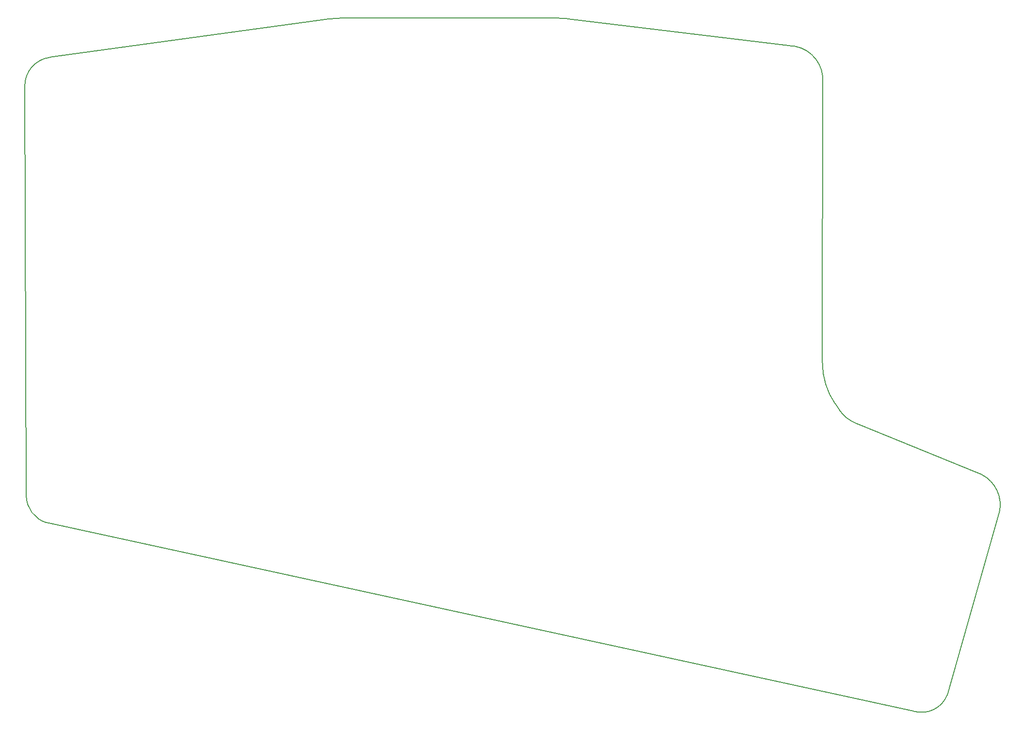
<source format=gbr>
%TF.GenerationSoftware,KiCad,Pcbnew,8.0.5*%
%TF.CreationDate,2024-12-08T15:47:30-07:00*%
%TF.ProjectId,Split V2,53706c69-7420-4563-922e-6b696361645f,rev?*%
%TF.SameCoordinates,Original*%
%TF.FileFunction,Profile,NP*%
%FSLAX46Y46*%
G04 Gerber Fmt 4.6, Leading zero omitted, Abs format (unit mm)*
G04 Created by KiCad (PCBNEW 8.0.5) date 2024-12-08 15:47:30*
%MOMM*%
%LPD*%
G01*
G04 APERTURE LIST*
%TA.AperFunction,Profile*%
%ADD10C,0.150000*%
%TD*%
G04 APERTURE END LIST*
D10*
X79477279Y-138022361D02*
X79229999Y-66473551D01*
X246255809Y-134396385D02*
X224253241Y-125409604D01*
X82987736Y-142795333D02*
G75*
G02*
X79477236Y-138022361I1489564J4773033D01*
G01*
X220681757Y-122053089D02*
G75*
G02*
X218444731Y-114839545I10462743J7198289D01*
G01*
X212538998Y-59469380D02*
G75*
G02*
X218504455Y-64858812I1102J-5995020D01*
G01*
X174036350Y-54760868D02*
X212538998Y-59469380D01*
X240233758Y-172877296D02*
G75*
G02*
X234360736Y-175723730I-4488358J1778696D01*
G01*
X83542158Y-61521089D02*
X132280238Y-54798664D01*
X218504474Y-64858810D02*
X218444728Y-114839545D01*
X234360737Y-175723727D02*
X82987736Y-142795333D01*
X249328370Y-140976900D02*
X240233759Y-172877297D01*
X132280238Y-54798664D02*
G75*
G02*
X134883154Y-54620004I2602962J-18872436D01*
G01*
X246255809Y-134396385D02*
G75*
G02*
X249328389Y-140976904I-2698809J-5267715D01*
G01*
X134883154Y-54620000D02*
X171723941Y-54620000D01*
X79229999Y-66473551D02*
G75*
G02*
X83542158Y-61521088I5000001J1D01*
G01*
X224253241Y-125409604D02*
G75*
G02*
X221422802Y-123130236I2401059J5878604D01*
G01*
X171723941Y-54620000D02*
G75*
G02*
X174036350Y-54760872I-41J-19050200D01*
G01*
X220681757Y-122053089D02*
X221422813Y-123130228D01*
M02*

</source>
